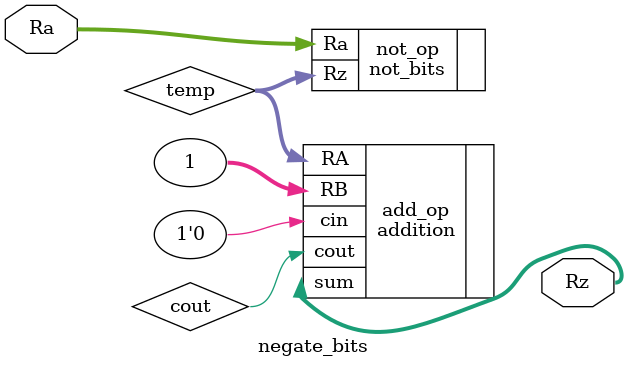
<source format=v>
`timescale 1ns / 10ps

module negate_bits(
input wire [31:0] Ra,
output wire [31:0] Rz);

wire [31:0] temp;
wire cout;
not_bits not_op(.Ra(Ra), .Rz(temp));
addition add_op(.RA(temp), .RB(32'd1), .cin(1'd0),.sum(Rz), .cout(cout));
endmodule
</source>
